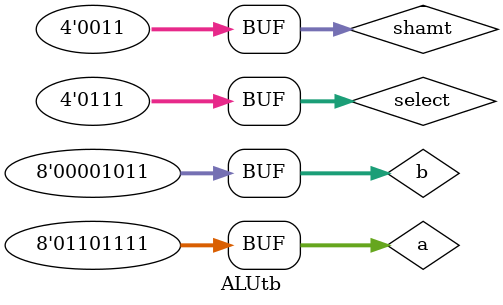
<source format=sv>
module ALUtb();

	logic[7:0] a, b;
	logic[3:0]select;
	//para el shamt se usa un valor extra en el logic para que en la simulacion el numero sea sin signo
	logic[3:0]shamt;
	logic[7:0] s;
	logic flag_overflow, flag_zero, flag_negative, flag_carry_out;

	ALU #(8,3) alu(a, b, select[2:0], shamt[2:0], s, flag_overflow, flag_zero, flag_negative, flag_carry_out);

	//Lista de funciones									
	//000 suma, 001 restador, 010 shift izquierdo, 011 shift derecho
	//100 or, 101 and, 110 xor, 111 not
	
	initial begin
	select = 0;
	//Suma
	
	a = 8;
	b = 4;
	shamt = 0;
	#10
	
	a = 8;
	b = 54;
	#10
	
	
	a = 8;
	b = 41;
	#10
	
	b = 42;
	#10
	
	b = 40;
	#10
	
	b = 39;
	#10
	
	
	
	select = 1;
	//Resta
	#10
	
	a = 50;
	b = 25;
	#10
	
	
	a = 38;
	b = 12;
	#10
	
	
	a = 84;
	b = 124;
	#10
	
	select = 2;
	//Shift left
	a = 8;
	shamt = 2;
	#10
	
	a = 125;
	shamt = 5;
	#10
	
	a = 74;
	shamt = 4;
	#10
	
	select = 3;
	//Shift right
	a = 8;
	shamt = 2;
	#10
	
	a = 125;
	shamt = 5;
	#10
	
	a = 74;
	shamt = 4;
	#10
	
	a = -84;
	shamt = 3;
	#10
	
	
	
	select = 4;
	//or
	a = 57;
	b = 84;
	#10
	
	a = 31;
	b = 14;
	#10
	
	
	select = 5;
	//and
	
	a = 124;
	b = 48;
	#10
	
	a = 74;
	b = 99;
	#10
	
	
	select = 6;
	//xor
	a = 76;
	b = 48;
	#10
	
	a = 85;
	b = 11;
	#10
	
	select = 7;
	//not
	a = 74;
	#10
	
	a = 111;
	#10;
	
	end
/*
	logic[7:0] a, b,c,d,e,f,g,h;
	logic[3:0] select;
	logic[7:0] out;
	mux_8 #(8) main(a, b,c,d,e,f,g,h, select[2:0], out);

	initial begin
		a = 0;
		b = 1;
		c = 2;
		d = 3;
		e = 4;
		f = 5;
		g = 6;
		h = 7;
		
		select = 0;
		#10
		select = 1;
		#10
		select = 2;
		#10
		select = 3;
		#10
		select = 4;
		#10
		select = 5;
		#10
		select = 6;
		#10
		select = 7;
		#10;
		
		
		
		
	end;
	*/
	
endmodule


</source>
